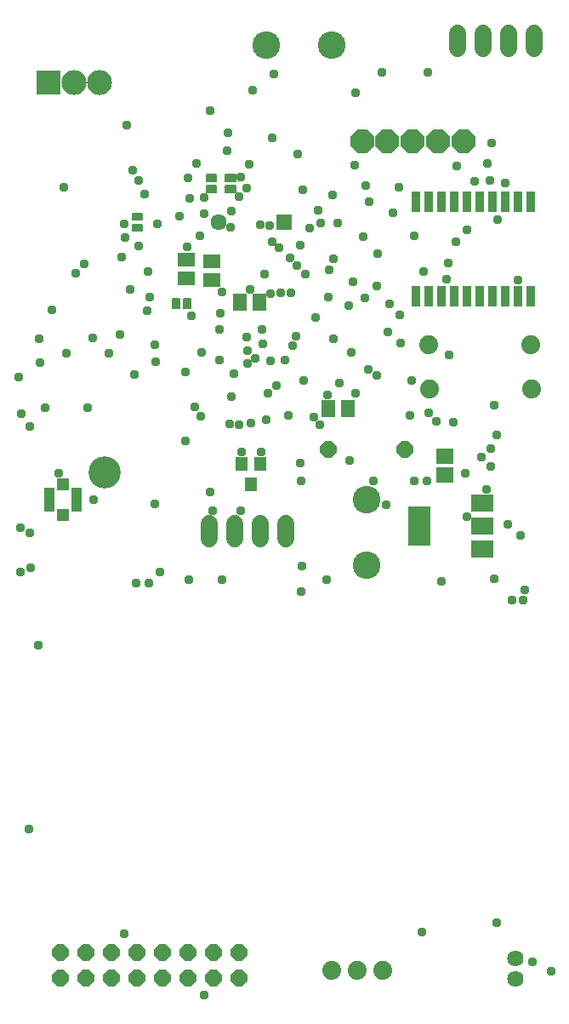
<source format=gbs>
G75*
%MOIN*%
%OFA0B0*%
%FSLAX25Y25*%
%IPPOS*%
%LPD*%
%AMOC8*
5,1,8,0,0,1.08239X$1,22.5*
%
%ADD10C,0.10800*%
%ADD11C,0.06400*%
%ADD12C,0.06737*%
%ADD13OC8,0.06400*%
%ADD14R,0.05682X0.06706*%
%ADD15C,0.00632*%
%ADD16C,0.07400*%
%ADD17R,0.08674X0.06706*%
%ADD18R,0.08674X0.15761*%
%ADD19R,0.03556X0.08379*%
%ADD20R,0.06343X0.06343*%
%ADD21C,0.06343*%
%ADD22R,0.04737X0.05524*%
%ADD23R,0.09776X0.09776*%
%ADD24C,0.09776*%
%ADD25R,0.07099X0.05918*%
%ADD26R,0.06706X0.05682*%
%ADD27R,0.04146X0.09461*%
%ADD28R,0.04737X0.04934*%
%ADD29C,0.12611*%
%ADD30OC8,0.09300*%
%ADD31C,0.03778*%
D10*
X0183027Y0246138D03*
X0183027Y0271728D03*
X0169208Y0449484D03*
X0143617Y0449484D03*
D11*
X0241216Y0091846D03*
X0241216Y0083972D03*
D12*
X0151176Y0256280D02*
X0151176Y0262217D01*
X0141176Y0262217D02*
X0141176Y0256280D01*
X0131176Y0256280D02*
X0131176Y0262217D01*
X0121176Y0262217D02*
X0121176Y0256280D01*
X0218617Y0448445D02*
X0218617Y0454382D01*
X0228617Y0454382D02*
X0228617Y0448445D01*
X0238617Y0448445D02*
X0238617Y0454382D01*
X0248617Y0454382D02*
X0248617Y0448445D01*
D13*
X0062869Y0084209D03*
X0062869Y0094209D03*
X0072869Y0094209D03*
X0072869Y0084209D03*
X0082869Y0084209D03*
X0082869Y0094209D03*
X0092869Y0094209D03*
X0092869Y0084209D03*
X0102869Y0084209D03*
X0102869Y0094209D03*
X0112869Y0094209D03*
X0112869Y0084209D03*
X0122869Y0084209D03*
X0122869Y0094209D03*
X0132869Y0094209D03*
X0132869Y0084209D03*
X0167712Y0291295D03*
X0197712Y0291295D03*
D14*
X0175507Y0307476D03*
X0168027Y0307476D03*
X0140783Y0348933D03*
X0133302Y0348933D03*
D15*
X0113898Y0346527D02*
X0111368Y0346527D01*
X0111368Y0350237D01*
X0113898Y0350237D01*
X0113898Y0346527D01*
X0113898Y0347158D02*
X0111368Y0347158D01*
X0111368Y0347789D02*
X0113898Y0347789D01*
X0113898Y0348420D02*
X0111368Y0348420D01*
X0111368Y0349051D02*
X0113898Y0349051D01*
X0113898Y0349682D02*
X0111368Y0349682D01*
X0109567Y0346527D02*
X0107037Y0346527D01*
X0107037Y0350237D01*
X0109567Y0350237D01*
X0109567Y0346527D01*
X0109567Y0347158D02*
X0107037Y0347158D01*
X0107037Y0347789D02*
X0109567Y0347789D01*
X0109567Y0348420D02*
X0107037Y0348420D01*
X0107037Y0349051D02*
X0109567Y0349051D01*
X0109567Y0349682D02*
X0107037Y0349682D01*
X0091172Y0376881D02*
X0091172Y0379411D01*
X0094882Y0379411D01*
X0094882Y0376881D01*
X0091172Y0376881D01*
X0091172Y0377512D02*
X0094882Y0377512D01*
X0094882Y0378143D02*
X0091172Y0378143D01*
X0091172Y0378774D02*
X0094882Y0378774D01*
X0094882Y0379405D02*
X0091172Y0379405D01*
X0091172Y0381211D02*
X0091172Y0383741D01*
X0094882Y0383741D01*
X0094882Y0381211D01*
X0091172Y0381211D01*
X0091172Y0381842D02*
X0094882Y0381842D01*
X0094882Y0382473D02*
X0091172Y0382473D01*
X0091172Y0383104D02*
X0094882Y0383104D01*
X0094882Y0383735D02*
X0091172Y0383735D01*
X0123858Y0391999D02*
X0123858Y0394529D01*
X0123858Y0391999D02*
X0120148Y0391999D01*
X0120148Y0394529D01*
X0123858Y0394529D01*
X0123858Y0392630D02*
X0120148Y0392630D01*
X0120148Y0393261D02*
X0123858Y0393261D01*
X0123858Y0393892D02*
X0120148Y0393892D01*
X0120148Y0394523D02*
X0123858Y0394523D01*
X0123858Y0396329D02*
X0123858Y0398859D01*
X0123858Y0396329D02*
X0120148Y0396329D01*
X0120148Y0398859D01*
X0123858Y0398859D01*
X0123858Y0396960D02*
X0120148Y0396960D01*
X0120148Y0397591D02*
X0123858Y0397591D01*
X0123858Y0398222D02*
X0120148Y0398222D01*
X0120148Y0398853D02*
X0123858Y0398853D01*
X0131417Y0398859D02*
X0131417Y0396329D01*
X0127707Y0396329D01*
X0127707Y0398859D01*
X0131417Y0398859D01*
X0131417Y0396960D02*
X0127707Y0396960D01*
X0127707Y0397591D02*
X0131417Y0397591D01*
X0131417Y0398222D02*
X0127707Y0398222D01*
X0127707Y0398853D02*
X0131417Y0398853D01*
X0131417Y0394529D02*
X0131417Y0391999D01*
X0127707Y0391999D01*
X0127707Y0394529D01*
X0131417Y0394529D01*
X0131417Y0392630D02*
X0127707Y0392630D01*
X0127707Y0393261D02*
X0131417Y0393261D01*
X0131417Y0393892D02*
X0127707Y0393892D01*
X0127707Y0394523D02*
X0131417Y0394523D01*
D16*
X0207161Y0332476D03*
X0207476Y0314917D03*
X0247161Y0332476D03*
X0247476Y0314917D03*
X0189247Y0087280D03*
X0179247Y0087280D03*
X0169247Y0087280D03*
D17*
X0228302Y0252358D03*
X0228302Y0261413D03*
X0228302Y0270469D03*
D18*
X0203499Y0261413D03*
D19*
X0202220Y0351327D03*
X0207220Y0351327D03*
X0212220Y0351327D03*
X0217220Y0351327D03*
X0222220Y0351327D03*
X0227220Y0351327D03*
X0232220Y0351327D03*
X0237220Y0351327D03*
X0242220Y0351327D03*
X0247220Y0351327D03*
X0247220Y0388429D03*
X0242220Y0388429D03*
X0237220Y0388429D03*
X0232220Y0388429D03*
X0227220Y0388429D03*
X0222220Y0388429D03*
X0217220Y0388429D03*
X0212220Y0388429D03*
X0207220Y0388429D03*
X0202220Y0388429D03*
D20*
X0150468Y0380232D03*
D21*
X0124877Y0380232D03*
D22*
X0133893Y0285508D03*
X0137633Y0277634D03*
X0141373Y0285508D03*
D23*
X0058263Y0435114D03*
D24*
X0068263Y0435114D03*
X0078263Y0435114D03*
D25*
X0213460Y0288657D03*
X0213460Y0281177D03*
D26*
X0122161Y0357634D03*
X0122161Y0365114D03*
X0112318Y0365705D03*
X0112318Y0358224D03*
D27*
X0069267Y0271610D03*
X0058440Y0271610D03*
D28*
X0063854Y0265606D03*
X0063854Y0277614D03*
D29*
X0080113Y0282201D03*
D30*
X0181058Y0412004D03*
X0190901Y0412083D03*
X0200743Y0412083D03*
X0210980Y0412083D03*
X0220822Y0412083D03*
D31*
X0218066Y0402240D03*
X0225350Y0396335D03*
X0231058Y0396728D03*
X0230271Y0403421D03*
X0231924Y0411177D03*
X0237200Y0395508D03*
X0234129Y0381256D03*
X0222161Y0377201D03*
X0217869Y0372713D03*
X0215035Y0364366D03*
X0214365Y0357870D03*
X0205232Y0360941D03*
X0201531Y0375075D03*
X0193145Y0383933D03*
X0195625Y0393972D03*
X0182633Y0394760D03*
X0183814Y0388461D03*
X0181452Y0374681D03*
X0187358Y0367988D03*
X0186964Y0355390D03*
X0182239Y0350665D03*
X0177515Y0356965D03*
X0175861Y0347634D03*
X0167948Y0350941D03*
X0162909Y0343106D03*
X0155310Y0335665D03*
X0153932Y0331846D03*
X0150743Y0326453D03*
X0145271Y0326098D03*
X0142082Y0332555D03*
X0141846Y0338343D03*
X0135743Y0335311D03*
X0136373Y0330035D03*
X0139326Y0326925D03*
X0136216Y0324917D03*
X0130783Y0320941D03*
X0125310Y0326256D03*
X0118263Y0329406D03*
X0111925Y0321558D03*
X0115625Y0307831D03*
X0117909Y0304445D03*
X0111885Y0294602D03*
X0121610Y0274681D03*
X0122397Y0267358D03*
X0133617Y0267398D03*
X0133814Y0290429D03*
X0132948Y0300941D03*
X0129208Y0301374D03*
X0129956Y0312083D03*
X0137476Y0301531D03*
X0143421Y0303028D03*
X0144090Y0313382D03*
X0147397Y0316217D03*
X0152318Y0304602D03*
X0158224Y0318382D03*
X0167476Y0312673D03*
X0172358Y0317201D03*
X0178499Y0313461D03*
X0183421Y0322713D03*
X0186728Y0320154D03*
X0196137Y0332870D03*
X0191295Y0337280D03*
X0195980Y0344012D03*
X0191885Y0348303D03*
X0176728Y0329209D03*
X0169838Y0334720D03*
X0153051Y0352492D03*
X0149090Y0352713D03*
X0145310Y0352280D03*
X0142791Y0360035D03*
X0137239Y0353815D03*
X0126295Y0353028D03*
X0125507Y0344563D03*
X0125310Y0338382D03*
X0114129Y0343776D03*
X0100113Y0325547D03*
X0099720Y0332398D03*
X0096806Y0345744D03*
X0097987Y0351098D03*
X0097239Y0360862D03*
X0090192Y0353854D03*
X0086728Y0366689D03*
X0088066Y0374327D03*
X0087751Y0379799D03*
X0093657Y0370902D03*
X0100861Y0379681D03*
X0096019Y0391217D03*
X0093617Y0396689D03*
X0091098Y0400783D03*
X0088932Y0418382D03*
X0109562Y0382516D03*
X0113474Y0389561D03*
X0119169Y0390035D03*
X0119090Y0383579D03*
X0117436Y0375114D03*
X0112554Y0370547D03*
X0112948Y0397791D03*
X0116058Y0403224D03*
X0128145Y0408461D03*
X0128460Y0415390D03*
X0121491Y0423854D03*
X0133421Y0398106D03*
X0135980Y0393657D03*
X0132751Y0390232D03*
X0129803Y0384714D03*
X0129484Y0378461D03*
X0141176Y0379209D03*
X0144877Y0379091D03*
X0145861Y0372555D03*
X0148657Y0370311D03*
X0152751Y0366335D03*
X0155468Y0363264D03*
X0158932Y0360075D03*
X0156924Y0371413D03*
X0160507Y0378106D03*
X0164956Y0379839D03*
X0163972Y0384878D03*
X0169444Y0391098D03*
X0171413Y0379957D03*
X0169877Y0366098D03*
X0168184Y0361807D03*
X0158027Y0392949D03*
X0155822Y0406965D03*
X0145901Y0413224D03*
X0136806Y0402831D03*
X0138164Y0432137D03*
X0146452Y0438224D03*
X0178381Y0431020D03*
X0188736Y0438815D03*
X0206885Y0438894D03*
X0178302Y0402634D03*
X0215310Y0328224D03*
X0200625Y0318264D03*
X0199877Y0304563D03*
X0207239Y0305587D03*
X0210074Y0302161D03*
X0216728Y0302004D03*
X0227909Y0288461D03*
X0231452Y0291610D03*
X0234011Y0297122D03*
X0231649Y0284524D03*
X0229720Y0275783D03*
X0221531Y0282083D03*
X0222120Y0264980D03*
X0238342Y0261886D03*
X0243066Y0257752D03*
X0233027Y0240626D03*
X0239720Y0232161D03*
X0244247Y0232161D03*
X0244838Y0236295D03*
X0212085Y0239589D03*
X0190507Y0269760D03*
X0185586Y0279012D03*
X0176137Y0287083D03*
X0164602Y0300862D03*
X0162239Y0303933D03*
X0156846Y0286098D03*
X0157043Y0279012D03*
X0141688Y0290429D03*
X0157633Y0245547D03*
X0157043Y0235508D03*
X0167279Y0240232D03*
X0201531Y0278815D03*
X0206570Y0278933D03*
X0233027Y0308539D03*
X0242200Y0357634D03*
X0126137Y0240429D03*
X0113145Y0240232D03*
X0101924Y0243185D03*
X0097397Y0239051D03*
X0092476Y0238854D03*
X0099759Y0269957D03*
X0075743Y0271531D03*
X0062155Y0282016D03*
X0050743Y0300272D03*
X0047554Y0305272D03*
X0056964Y0307634D03*
X0054838Y0325350D03*
X0054405Y0334524D03*
X0059641Y0345980D03*
X0068775Y0360311D03*
X0072121Y0363894D03*
X0086334Y0336413D03*
X0081846Y0329012D03*
X0075547Y0335114D03*
X0065113Y0328815D03*
X0073381Y0307516D03*
X0091728Y0320744D03*
X0050940Y0258500D03*
X0047200Y0260705D03*
X0051137Y0244957D03*
X0047200Y0243185D03*
X0054133Y0214599D03*
X0050533Y0142586D03*
X0087948Y0101650D03*
X0119365Y0077752D03*
X0204484Y0102437D03*
X0234011Y0105980D03*
X0247987Y0090626D03*
X0255153Y0087043D03*
X0064247Y0393854D03*
X0046413Y0319760D03*
M02*

</source>
